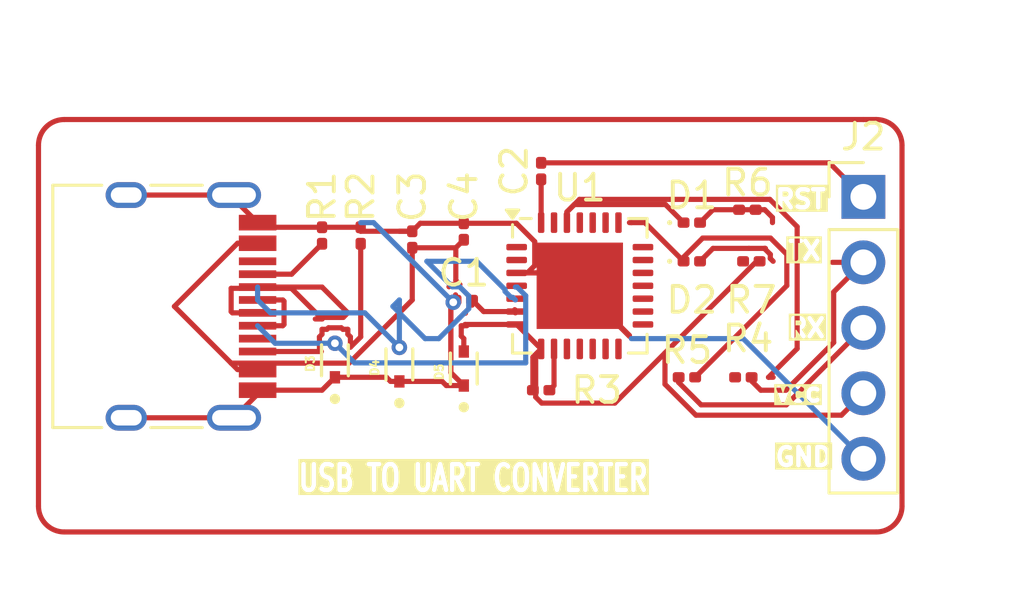
<source format=kicad_pcb>
(kicad_pcb (version 20241229) (generator "pcbnew") (generator_version "9.0")
  (layers (0 "F.Cu" signal) (2 "B.Cu" signal) (13 "F.Paste" user) (15 "B.Paste" user) (5 "F.SilkS" user "F.Silkscreen") (7 "B.SilkS" user "B.Silkscreen") (1 "F.Mask" user) (3 "B.Mask" user) (25 "Edge.Cuts" user))
  (net 0 "")
  (net 1 "GND")
  (net 2 "Net-(U1-VDD)")
  (net 3 "Net-(U1-~{DTR})")
  (net 4 "/RST")
  (net 5 "/VBUS")
  (net 6 "Net-(D1-K)")
  (net 7 "Net-(D1-A)")
  (net 8 "Net-(D2-K)")
  (net 9 "Net-(D2-A)")
  (net 10 "/D+")
  (net 11 "/D-")
  (net 12 "Net-(J1-CC1)")
  (net 13 "Net-(J1-CC2)")
  (net 16 "Net-(U1-~{RST})")
  (net 17 "/TX")
  (net 18 "/RX")
  (footprint "LESD5D5.0CT1G:TVS_LESD5D5.0CT1G" (layer "F.Cu") (at 103.5 71.5 90)
    (property "Reference" "D4" (at -0.134 -0.9532 90) (layer "F.SilkS") (effects (font (size 0.32 0.32))))
    (property "Value" "LESD5D5.0CT1G")
    (fp_line (start -0.6 -0.52) (end 0.6 -0.52) (stroke (width 0.127)) (layer "F.SilkS"))
    (fp_line (start 0.6 0.52) (end -0.6 0.52) (stroke (width 0.127)) (layer "F.SilkS"))
    (fp_circle (center -1.5 0) (end -1.4 0) (stroke (width 0.2)) (fill no) (layer "F.SilkS"))
    (pad "1" smd rect (at -0.66 0 90) (size 0.48 0.4) (layers "F.Cu" "F.Mask" "F.Paste") (net 1 "GND"))
    (pad "2" smd rect (at 0.66 0 90) (size 0.48 0.4) (layers "F.Cu" "F.Mask" "F.Paste") (net 11 "/D-"))
  )
  (footprint "LESD5D5.0CT1G:TVS_LESD5D5.0CT1G" (layer "F.Cu") (at 106 71.66 90)
    (property "Reference" "D5" (at -0.134 -0.9532 90) (layer "F.SilkS") (effects (font (size 0.32 0.32))))
    (property "Value" "LESD5D5.0CT1G")
    (fp_line (start -0.6 -0.52) (end 0.6 -0.52) (stroke (width 0.127)) (layer "F.SilkS"))
    (fp_line (start 0.6 0.52) (end -0.6 0.52) (stroke (width 0.127)) (layer "F.SilkS"))
    (fp_circle (center -1.5 0) (end -1.4 0) (stroke (width 0.2)) (fill no) (layer "F.SilkS"))
    (pad "1" smd rect (at -0.66 0 90) (size 0.48 0.4) (layers "F.Cu" "F.Mask" "F.Paste") (net 1 "GND"))
    (pad "2" smd rect (at 0.66 0 90) (size 0.48 0.4) (layers "F.Cu" "F.Mask" "F.Paste") (net 5 "/VBUS"))
  )
  (footprint "Capacitor_SMD:C_0201_0603Metric" (layer "F.Cu") (at 106 66.345 90)
    (property "Reference" "C4" (at 1.345 0 90) (layer "F.SilkS"))
    (property "Value" "100nF")
    (pad "1" smd roundrect (at -0.32 0 90) (size 0.46 0.4) (layers "F.Cu" "F.Mask") (net 5 "/VBUS"))
    (pad "2" smd roundrect (at 0.32 0 90) (size 0.46 0.4) (layers "F.Cu" "F.Mask") (net 1 "GND"))
  )
  (footprint "Connector_USB:USB_C_Receptacle_HRO_TYPE-C-31-M-12" (layer "F.Cu") (at 93.955 69.25 -90)
    (property "Reference" "J1" (hide yes))
    (property "Value" "USB_C_Receptacle_USB2.0_16P")
    (fp_line (start -4.7 3.9) (end 4.7 3.9) (stroke (width 0.12)) (layer "F.SilkS"))
    (fp_line (start -4.7 2) (end -4.7 3.9) (stroke (width 0.12)) (layer "F.SilkS"))
    (fp_line (start 4.7 2) (end 4.7 3.9) (stroke (width 0.12)) (layer "F.SilkS"))
    (fp_line (start -4.7 -1.9) (end -4.7 0.1) (stroke (width 0.12)) (layer "F.SilkS"))
    (fp_line (start 4.7 -1.9) (end 4.7 0.1) (stroke (width 0.12)) (layer "F.SilkS"))
    (pad "" np_thru_hole circle (at -2.89 -2.6 270) (size 0.65 0.65) (drill 0.65) (layers "*.Cu" "*.Mask"))
    (pad "" np_thru_hole circle (at 2.89 -2.6 270) (size 0.65 0.65) (drill 0.65) (layers "*.Cu" "*.Mask"))
    (pad "A1" smd rect (at -3.25 -4.045 270) (size 0.6 1.45) (layers "F.Cu" "F.Mask" "F.Paste") (net 1 "GND"))
    (pad "A4" smd rect (at -2.45 -4.045 270) (size 0.6 1.45) (layers "F.Cu" "F.Mask" "F.Paste") (net 5 "/VBUS"))
    (pad "A5" smd rect (at -1.25 -4.045 270) (size 0.3 1.45) (layers "F.Cu" "F.Mask" "F.Paste") (net 12 "Net-(J1-CC1)"))
    (pad "A6" smd rect (at -0.25 -4.045 270) (size 0.3 1.45) (layers "F.Cu" "F.Mask" "F.Paste") (net 10 "/D+"))
    (pad "A7" smd rect (at 0.25 -4.045 270) (size 0.3 1.45) (layers "F.Cu" "F.Mask" "F.Paste") (net 11 "/D-"))
    (pad "A8" smd rect (at 1.25 -4.045 270) (size 0.3 1.45) (layers "F.Cu" "F.Mask" "F.Paste"))
    (pad "A9" smd rect (at 2.45 -4.045 270) (size 0.6 1.45) (layers "F.Cu" "F.Mask" "F.Paste") (net 5 "/VBUS"))
    (pad "A12" smd rect (at 3.25 -4.045 270) (size 0.6 1.45) (layers "F.Cu" "F.Mask" "F.Paste") (net 1 "GND"))
    (pad "B1" smd rect (at 3.25 -4.045 270) (size 0.6 1.45) (layers "F.Cu" "F.Mask" "F.Paste") (net 1 "GND"))
    (pad "B4" smd rect (at 2.45 -4.045 270) (size 0.6 1.45) (layers "F.Cu" "F.Mask" "F.Paste") (net 5 "/VBUS"))
    (pad "B5" smd rect (at 1.75 -4.045 270) (size 0.3 1.45) (layers "F.Cu" "F.Mask" "F.Paste") (net 13 "Net-(J1-CC2)"))
    (pad "B6" smd rect (at 0.75 -4.045 270) (size 0.3 1.45) (layers "F.Cu" "F.Mask" "F.Paste") (net 10 "/D+"))
    (pad "B7" smd rect (at -0.75 -4.045 270) (size 0.3 1.45) (layers "F.Cu" "F.Mask" "F.Paste") (net 11 "/D-"))
    (pad "B8" smd rect (at -1.75 -4.045 270) (size 0.3 1.45) (layers "F.Cu" "F.Mask" "F.Paste"))
    (pad "B9" smd rect (at -2.45 -4.045 270) (size 0.6 1.45) (layers "F.Cu" "F.Mask" "F.Paste") (net 5 "/VBUS"))
    (pad "B12" smd rect (at -3.25 -4.045 270) (size 0.6 1.45) (layers "F.Cu" "F.Mask" "F.Paste") (net 1 "GND"))
    (pad "S1" thru_hole oval (at -4.32 -3.13 270) (size 1 2.1) (drill oval 0.6 1.7) (property pad_prop_heatsink) (layers "*.Cu" "*.Mask") (net 1 "GND"))
    (pad "S1" thru_hole oval (at -4.32 1.05 270) (size 1 1.6) (drill oval 0.6 1.2) (property pad_prop_heatsink) (layers "*.Cu" "*.Mask") (net 1 "GND"))
    (pad "S1" thru_hole oval (at 4.32 -3.13 270) (size 1 2.1) (drill oval 0.6 1.7) (property pad_prop_heatsink) (layers "*.Cu" "*.Mask") (net 1 "GND"))
    (pad "S1" thru_hole oval (at 4.32 1.05 270) (size 1 1.6) (drill oval 0.6 1.2) (property pad_prop_heatsink) (layers "*.Cu" "*.Mask") (net 1 "GND"))
  )
  (footprint "LED_SMD:LED_0201_0603Metric" (layer "F.Cu") (at 114.845 67.5)
    (property "Reference" "D2" (at 0 1.5 0) (layer "F.SilkS"))
    (property "Value" "LED")
    (fp_circle (center -0.86 0) (end -0.81 0) (stroke (width 0.1)) (fill no) (layer "F.SilkS"))
    (pad "1" smd roundrect (at -0.32 0) (size 0.46 0.4) (layers "F.Cu" "F.Mask") (net 8 "Net-(D2-K)"))
    (pad "2" smd roundrect (at 0.32 0) (size 0.46 0.4) (layers "F.Cu" "F.Mask") (net 9 "Net-(D2-A)"))
  )
  (footprint "Capacitor_SMD:C_0201_0603Metric" (layer "F.Cu") (at 109 64 90)
    (property "Reference" "C2" (at 0 -1.05 90) (layer "F.SilkS"))
    (property "Value" "100nF")
    (pad "1" smd roundrect (at -0.32 0 90) (size 0.46 0.4) (layers "F.Cu" "F.Mask") (net 3 "Net-(U1-~{DTR})"))
    (pad "2" smd roundrect (at 0.32 0 90) (size 0.46 0.4) (layers "F.Cu" "F.Mask") (net 4 "/RST"))
  )
  (footprint "Capacitor_SMD:C_0201_0603Metric" (layer "F.Cu") (at 104 66.655 90)
    (property "Reference" "C3" (at 1.655 0 90) (layer "F.SilkS"))
    (property "Value" "100nF")
    (pad "1" smd roundrect (at -0.32 0 90) (size 0.46 0.4) (layers "F.Cu" "F.Mask") (net 5 "/VBUS"))
    (pad "2" smd roundrect (at 0.32 0 90) (size 0.46 0.4) (layers "F.Cu" "F.Mask") (net 1 "GND"))
  )
  (footprint "Capacitor_SMD:C_0201_0603Metric" (layer "F.Cu") (at 106 69)
    (property "Reference" "C1" (at 0 -1.05 0) (layer "F.SilkS"))
    (property "Value" "100nF")
    (pad "1" smd roundrect (at -0.32 0) (size 0.46 0.4) (layers "F.Cu" "F.Mask") (net 1 "GND"))
    (pad "2" smd roundrect (at 0.32 0) (size 0.46 0.4) (layers "F.Cu" "F.Mask") (net 2 "Net-(U1-VDD)"))
  )
  (footprint "Connector_PinHeader_2.54mm:PinHeader_1x05_P2.54mm_Vertical" (layer "F.Cu") (at 121.5 65)
    (property "Reference" "J2" (at 0 -2.33 0) (layer "F.SilkS"))
    (property "Value" "Conn_01x05_Pin")
    (fp_line (start -1.33 -1.33) (end 0 -1.33) (stroke (width 0.12)) (layer "F.SilkS"))
    (fp_line (start -1.33 0) (end -1.33 -1.33) (stroke (width 0.12)) (layer "F.SilkS"))
    (fp_line (start -1.33 1.27) (end -1.33 11.49) (stroke (width 0.12)) (layer "F.SilkS"))
    (fp_line (start -1.33 1.27) (end 1.33 1.27) (stroke (width 0.12)) (layer "F.SilkS"))
    (fp_line (start -1.33 11.49) (end 1.33 11.49) (stroke (width 0.12)) (layer "F.SilkS"))
    (fp_line (start 1.33 1.27) (end 1.33 11.49) (stroke (width 0.12)) (layer "F.SilkS"))
    (pad "1" thru_hole rect (at 0 0) (size 1.7 1.7) (drill 1) (layers "*.Cu" "*.Mask") (net 4 "/RST"))
    (pad "2" thru_hole oval (at 0 2.54) (size 1.7 1.7) (drill 1) (layers "*.Cu" "*.Mask") (net 17 "/TX"))
    (pad "3" thru_hole oval (at 0 5.08) (size 1.7 1.7) (drill 1) (layers "*.Cu" "*.Mask") (net 18 "/RX"))
    (pad "4" thru_hole oval (at 0 7.62) (size 1.7 1.7) (drill 1) (layers "*.Cu" "*.Mask") (net 5 "/VBUS"))
    (pad "5" thru_hole oval (at 0 10.16) (size 1.7 1.7) (drill 1) (layers "*.Cu" "*.Mask") (net 1 "GND"))
  )
  (footprint "Resistor_SMD:R_0201_0603Metric" (layer "F.Cu") (at 102 66.5 90)
    (property "Reference" "R2" (at 1.5 0 90) (layer "F.SilkS"))
    (property "Value" "5.1K")
    (pad "1" smd roundrect (at -0.32 0 90) (size 0.46 0.4) (layers "F.Cu" "F.Mask") (net 13 "Net-(J1-CC2)"))
    (pad "2" smd roundrect (at 0.32 0 90) (size 0.46 0.4) (layers "F.Cu" "F.Mask") (net 1 "GND"))
  )
  (footprint "LED_SMD:LED_0201_0603Metric" (layer "F.Cu") (at 114.845 66)
    (property "Reference" "D1" (at 0 -1.05 0) (layer "F.SilkS"))
    (property "Value" "LED")
    (fp_circle (center -0.86 0) (end -0.81 0) (stroke (width 0.1)) (fill no) (layer "F.SilkS"))
    (pad "1" smd roundrect (at -0.32 0) (size 0.46 0.4) (layers "F.Cu" "F.Mask") (net 6 "Net-(D1-K)"))
    (pad "2" smd roundrect (at 0.32 0) (size 0.46 0.4) (layers "F.Cu" "F.Mask") (net 7 "Net-(D1-A)"))
  )
  (footprint "Resistor_SMD:R_0201_0603Metric" (layer "F.Cu") (at 117 65.5)
    (property "Reference" "R6" (at 0 -1.05 0) (layer "F.SilkS"))
    (property "Value" "1K")
    (pad "1" smd roundrect (at -0.32 0) (size 0.46 0.4) (layers "F.Cu" "F.Mask") (net 5 "/VBUS"))
    (pad "2" smd roundrect (at 0.32 0) (size 0.46 0.4) (layers "F.Cu" "F.Mask") (net 7 "Net-(D1-A)"))
  )
  (footprint "Resistor_SMD:R_0201_0603Metric" (layer "F.Cu") (at 109 72.5)
    (property "Reference" "R3" (at 2.155 0 0) (layer "F.SilkS"))
    (property "Value" "10K")
    (pad "1" smd roundrect (at -0.32 0) (size 0.46 0.4) (layers "F.Cu" "F.Mask") (net 5 "/VBUS"))
    (pad "2" smd roundrect (at 0.32 0) (size 0.46 0.4) (layers "F.Cu" "F.Mask") (net 16 "Net-(U1-~{RST})"))
  )
  (footprint "Resistor_SMD:R_0201_0603Metric" (layer "F.Cu") (at 116.845 72)
    (property "Reference" "R4" (at 0.18 -1.5 0) (layer "F.SilkS"))
    (property "Value" "1K")
    (pad "1" smd roundrect (at -0.32 0) (size 0.46 0.4) (layers "F.Cu" "F.Mask") (net 17 "/TX"))
    (pad "2" smd roundrect (at 0.32 0) (size 0.46 0.4) (layers "F.Cu" "F.Mask") (net 6 "Net-(D1-K)"))
  )
  (footprint "Resistor_SMD:R_0201_0603Metric" (layer "F.Cu") (at 117.155 67.5)
    (property "Reference" "R7" (at 0 1.5 0) (layer "F.SilkS"))
    (property "Value" "1K")
    (pad "1" smd roundrect (at -0.32 0) (size 0.46 0.4) (layers "F.Cu" "F.Mask") (net 5 "/VBUS"))
    (pad "2" smd roundrect (at 0.32 0) (size 0.46 0.4) (layers "F.Cu" "F.Mask") (net 9 "Net-(D2-A)"))
  )
  (footprint "Package_DFN_QFN:QFN-28-1EP_5x5mm_P0.5mm_EP3.35x3.35mm" (layer "F.Cu") (at 110.5 68.45)
    (property "Reference" "U1" (at 0 -3.8 0) (layer "F.SilkS"))
    (property "Value" "CP2102N-Axx-xQFN28")
    (fp_line (start -2.61 -1.885) (end -2.61 -2.37) (stroke (width 0.12)) (layer "F.SilkS"))
    (fp_line (start -2.61 2.61) (end -2.61 1.885) (stroke (width 0.12)) (layer "F.SilkS"))
    (fp_line (start -1.885 -2.61) (end -2.31 -2.61) (stroke (width 0.12)) (layer "F.SilkS"))
    (fp_line (start -1.885 2.61) (end -2.61 2.61) (stroke (width 0.12)) (layer "F.SilkS"))
    (fp_line (start 1.885 -2.61) (end 2.61 -2.61) (stroke (width 0.12)) (layer "F.SilkS"))
    (fp_line (start 1.885 2.61) (end 2.61 2.61) (stroke (width 0.12)) (layer "F.SilkS"))
    (fp_line (start 2.61 -2.61) (end 2.61 -1.885) (stroke (width 0.12)) (layer "F.SilkS"))
    (fp_line (start 2.61 2.61) (end 2.61 1.885) (stroke (width 0.12)) (layer "F.SilkS"))
    (fp_poly (pts (xy -2.61 -2.61) (xy -2.85 -2.94) (xy -2.37 -2.94) (xy -2.61 -2.61)) (stroke (width 0.12)) (fill yes) (layer "F.SilkS"))
    (pad "1" smd roundrect (at -2.45 -1.5) (size 0.8 0.25) (layers "F.Cu" "F.Mask" "F.Paste"))
    (pad "2" smd roundrect (at -2.45 -1) (size 0.8 0.25) (layers "F.Cu" "F.Mask" "F.Paste"))
    (pad "3" smd roundrect (at -2.45 -0.5) (size 0.8 0.25) (layers "F.Cu" "F.Mask" "F.Paste") (net 1 "GND"))
    (pad "4" smd roundrect (at -2.45 0) (size 0.8 0.25) (layers "F.Cu" "F.Mask" "F.Paste") (net 10 "/D+"))
    (pad "5" smd roundrect (at -2.45 0.5) (size 0.8 0.25) (layers "F.Cu" "F.Mask" "F.Paste") (net 11 "/D-"))
    (pad "6" smd roundrect (at -2.45 1) (size 0.8 0.25) (layers "F.Cu" "F.Mask" "F.Paste") (net 2 "Net-(U1-VDD)"))
    (pad "7" smd roundrect (at -2.45 1.5) (size 0.8 0.25) (layers "F.Cu" "F.Mask" "F.Paste") (net 5 "/VBUS"))
    (pad "8" smd roundrect (at -1.5 2.45) (size 0.25 0.8) (layers "F.Cu" "F.Mask" "F.Paste") (net 5 "/VBUS"))
    (pad "9" smd roundrect (at -1 2.45) (size 0.25 0.8) (layers "F.Cu" "F.Mask" "F.Paste") (net 16 "Net-(U1-~{RST})"))
    (pad "10" smd roundrect (at -0.5 2.45) (size 0.25 0.8) (layers "F.Cu" "F.Mask" "F.Paste"))
    (pad "11" smd roundrect (at 0 2.45) (size 0.25 0.8) (layers "F.Cu" "F.Mask" "F.Paste"))
    (pad "12" smd roundrect (at 0.5 2.45) (size 0.25 0.8) (layers "F.Cu" "F.Mask" "F.Paste"))
    (pad "13" smd roundrect (at 1 2.45) (size 0.25 0.8) (layers "F.Cu" "F.Mask" "F.Paste"))
    (pad "14" smd roundrect (at 1.5 2.45) (size 0.25 0.8) (layers "F.Cu" "F.Mask" "F.Paste"))
    (pad "15" smd roundrect (at 2.45 1.5) (size 0.8 0.25) (layers "F.Cu" "F.Mask" "F.Paste"))
    (pad "16" smd roundrect (at 2.45 1) (size 0.8 0.25) (layers "F.Cu" "F.Mask" "F.Paste"))
    (pad "17" smd roundrect (at 2.45 0.5) (size 0.8 0.25) (layers "F.Cu" "F.Mask" "F.Paste"))
    (pad "18" smd roundrect (at 2.45 0) (size 0.8 0.25) (layers "F.Cu" "F.Mask" "F.Paste"))
    (pad "19" smd roundrect (at 2.45 -0.5) (size 0.8 0.25) (layers "F.Cu" "F.Mask" "F.Paste"))
    (pad "20" smd roundrect (at 2.45 -1) (size 0.8 0.25) (layers "F.Cu" "F.Mask" "F.Paste"))
    (pad "21" smd roundrect (at 2.45 -1.5) (size 0.8 0.25) (layers "F.Cu" "F.Mask" "F.Paste"))
    (pad "22" smd roundrect (at 1.5 -2.45) (size 0.25 0.8) (layers "F.Cu" "F.Mask" "F.Paste"))
    (pad "23" smd roundrect (at 1 -2.45) (size 0.25 0.8) (layers "F.Cu" "F.Mask" "F.Paste"))
    (pad "24" smd roundrect (at 0.5 -2.45) (size 0.25 0.8) (layers "F.Cu" "F.Mask" "F.Paste"))
    (pad "25" smd roundrect (at 0 -2.45) (size 0.25 0.8) (layers "F.Cu" "F.Mask" "F.Paste") (net 8 "Net-(D2-K)"))
    (pad "26" smd roundrect (at -0.5 -2.45) (size 0.25 0.8) (layers "F.Cu" "F.Mask" "F.Paste") (net 6 "Net-(D1-K)"))
    (pad "27" smd roundrect (at -1 -2.45) (size 0.25 0.8) (layers "F.Cu" "F.Mask" "F.Paste"))
    (pad "28" smd roundrect (at -1.5 -2.45) (size 0.25 0.8) (layers "F.Cu" "F.Mask" "F.Paste") (net 3 "Net-(U1-~{DTR})"))
    (pad "29" smd rect (at 0 0) (size 3.35 3.35) (property pad_prop_heatsink) (layers "F.Cu" "F.Mask") (net 1 "GND"))
  )
  (footprint "Resistor_SMD:R_0201_0603Metric" (layer "F.Cu") (at 114.655 72)
    (property "Reference" "R5" (at 0 -1.05 0) (layer "F.SilkS"))
    (property "Value" "1K")
    (pad "1" smd roundrect (at -0.32 0) (size 0.46 0.4) (layers "F.Cu" "F.Mask") (net 18 "/RX"))
    (pad "2" smd roundrect (at 0.32 0) (size 0.46 0.4) (layers "F.Cu" "F.Mask") (net 8 "Net-(D2-K)"))
  )
  (footprint "Resistor_SMD:R_0201_0603Metric" (layer "F.Cu") (at 100.5 66.5 90)
    (property "Reference" "R1" (at 1.5 0 90) (layer "F.SilkS"))
    (property "Value" "5.1K")
    (pad "1" smd roundrect (at -0.32 0 90) (size 0.46 0.4) (layers "F.Cu" "F.Mask") (net 12 "Net-(J1-CC1)"))
    (pad "2" smd roundrect (at 0.32 0 90) (size 0.46 0.4) (layers "F.Cu" "F.Mask") (net 1 "GND"))
  )
  (footprint "LESD5D5.0CT1G:TVS_LESD5D5.0CT1G" (layer "F.Cu") (at 101 71.34 90)
    (property "Reference" "D3" (at -0.134 -0.9532 90) (layer "F.SilkS") (effects (font (size 0.32 0.32))))
    (property "Value" "LESD5D5.0CT1G")
    (fp_line (start -0.6 -0.52) (end 0.6 -0.52) (stroke (width 0.127)) (layer "F.SilkS"))
    (fp_line (start 0.6 0.52) (end -0.6 0.52) (stroke (width 0.127)) (layer "F.SilkS"))
    (fp_circle (center -1.5 0) (end -1.4 0) (stroke (width 0.2)) (fill no) (layer "F.SilkS"))
    (pad "1" smd rect (at -0.66 0 90) (size 0.48 0.4) (layers "F.Cu" "F.Mask" "F.Paste") (net 1 "GND"))
    (pad "2" smd rect (at 0.66 0 90) (size 0.48 0.4) (layers "F.Cu" "F.Mask" "F.Paste") (net 10 "/D+"))
  )
  (gr_line (start 89.5 63) (end 89.5 77) (stroke (width 0.2)) (layer "F.Cu"))
  (gr_arc (start 122 62) (mid 122.707107 62.292893) (end 123 63) (stroke (width 0.2)) (layer "F.Cu"))
  (gr_line (start 123 63) (end 123 77) (stroke (width 0.2)) (layer "F.Cu"))
  (gr_arc (start 123 77) (mid 122.707107 77.707107) (end 122 78) (stroke (width 0.2)) (layer "F.Cu"))
  (gr_line (start 122 78) (end 90.5 78) (stroke (width 0.2)) (layer "F.Cu"))
  (gr_line (start 121.5 62) (end 122 62) (stroke (width 0.2)) (layer "F.Cu"))
  (gr_arc (start 90.5 78) (mid 89.792893 77.707107) (end 89.5 77) (stroke (width 0.2)) (layer "F.Cu"))
  (gr_arc (start 89.5 63) (mid 89.792893 62.292893) (end 90.5 62) (stroke (width 0.2)) (layer "F.Cu"))
  (gr_line (start 90.5 62) (end 121.5 62) (stroke (width 0.2)) (layer "F.Cu"))
  (gr_text "RX\n" (at 118.5 70.5 0) (layer "F.SilkS" knockout) (effects (font (size 0.7 0.7) (thickness 0.175) (bold yes)) (justify left bottom)))
  (gr_text "vcc\n" (at 118 73 0) (layer "F.SilkS" knockout) (effects (font (size 0.7 0.7) (thickness 0.175) (bold yes)) (justify left bottom)))
  (gr_text "RST" (at 118 65.5 0) (layer "F.SilkS" knockout) (effects (font (size 0.7 0.7) (thickness 0.175) (bold yes)) (justify left bottom)))
  (gr_text "TX" (at 118.5 67.5 0) (layer "F.SilkS" knockout) (effects (font (size 0.7 0.7) (thickness 0.175) (bold yes)) (justify left bottom)))
  (gr_text "GND" (at 118 75.5 0) (layer "F.SilkS" knockout) (effects (font (size 0.7 0.7) (thickness 0.175) (bold yes)) (justify left bottom)))
  (gr_text "USB TO UART CONVERTER" (at 99.5 76.5 0) (layer "F.SilkS" knockout) (effects (font (size 1 0.7) (thickness 0.175) (bold yes)) (justify left bottom)))
  (segment (start 104.31 66.025) (end 106 66.025) (width 0.2) (layer "F.Cu") (net 1))
  (segment (start 104 66.335) (end 103.5 66.335) (width 0.2) (layer "F.Cu") (net 1))
  (segment (start 105.499 71.819) (end 105.499 69.181) (width 0.2) (layer "F.Cu") (net 1))
  (segment (start 108.751 66.735202) (end 108.040798 66.025) (width 0.2) (layer "F.Cu") (net 1))
  (segment (start 98.18 66.18) (end 98 66) (width 0.2) (layer "F.Cu") (net 1))
  (segment (start 100.5 66.18) (end 101.845 66.18) (width 0.2) (layer "F.Cu") (net 1))
  (segment (start 108.05 67.95) (end 108.465798 67.95) (width 0.2) (layer "F.Cu") (net 1))
  (segment (start 103.16 72.16) (end 103 72) (width 0.2) (layer "F.Cu") (net 1))
  (segment (start 108.05 67.95) (end 109.965798 67.95) (width 0.2) (layer "F.Cu") (net 1))
  (segment (start 108.465798 67.95) (end 108.751 67.664798) (width 0.2) (layer "F.Cu") (net 1))
  (segment (start 105.68 69.15987) (end 105.68 69) (width 0.2) (layer "F.Cu") (net 1))
  (segment (start 103.5 72.16) (end 103.16 72.16) (width 0.2) (layer "F.Cu") (net 1))
  (segment (start 103 72) (end 101 72) (width 0.2) (layer "F.Cu") (net 1))
  (segment (start 105.68 68.800001) (end 105.68 69) (width 0.2) (layer "F.Cu") (net 1))
  (segment (start 104 66.335) (end 102 66.335) (width 0.2) (layer "F.Cu") (net 1))
  (segment (start 110.5 68.45) (end 110 67.95) (width 0.2) (layer "F.Cu") (net 1))
  (segment (start 97.085 64.93) (end 97.085 65.085) (width 0.2) (layer "F.Cu") (net 1))
  (segment (start 101.845 66.18) (end 102 66.335) (width 0.2) (layer "F.Cu") (net 1))
  (segment (start 105.499 69.181) (end 105.59 69.09) (width 0.2) (layer "F.Cu") (net 1))
  (segment (start 105.498 69.182) (end 105.68 69) (width 0.2) (layer "F.Cu") (net 1))
  (segment (start 106 72.32) (end 105.499 71.819) (width 0.2) (layer "F.Cu") (net 1))
  (segment (start 108.751 67.664798) (end 108.751 66.735202) (width 0.2) (layer "F.Cu") (net 1))
  (segment (start 97.085 64.93) (end 92.905 64.93) (width 0.2) (layer "F.Cu") (net 1))
  (segment (start 106 72.32) (end 105.32 72.32) (width 0.2) (layer "F.Cu") (net 1))
  (segment (start 105.32 72.32) (end 105.16 72.16) (width 0.2) (layer "F.Cu") (net 1))
  (segment (start 98 72.655) (end 97.085 73.57) (width 0.2) (layer "F.Cu") (net 1))
  (segment (start 100.5 66.18) (end 98.18 66.18) (width 0.2) (layer "F.Cu") (net 1))
  (segment (start 98 72.5) (end 98 72.655) (width 0.2) (layer "F.Cu") (net 1))
  (segment (start 101 72) (end 100.5 72.5) (width 0.2) (layer "F.Cu") (net 1))
  (segment (start 100.5 72.5) (end 98 72.5) (width 0.2) (layer "F.Cu") (net 1))
  (segment (start 105.499 71.541) (end 105.498 71.54) (width 0.2) (layer "F.Cu") (net 1))
  (segment (start 97.085 65.085) (end 98 66) (width 0.2) (layer "F.Cu") (net 1))
  (segment (start 108.040798 66.025) (end 106 66.025) (width 0.2) (layer "F.Cu") (net 1))
  (segment (start 105.59 69.09) (end 105.68 69) (width 0.2) (layer "F.Cu") (net 1))
  (segment (start 97.085 73.57) (end 92.905 73.57) (width 0.2) (layer "F.Cu") (net 1))
  (segment (start 112.426 70.376) (end 110.5 68.45) (width 0.2) (layer "F.Cu") (net 1))
  (segment (start 110 67.95) (end 108.05 67.95) (width 0.2) (layer "F.Cu") (net 1))
  (segment (start 109.965798 67.95) (end 112.426 70.410202) (width 0.2) (layer "F.Cu") (net 1))
  (segment (start 104 66.335) (end 104.31 66.025) (width 0.2) (layer "F.Cu") (net 1))
  (segment (start 105.498 71.54) (end 105.498 69.182) (width 0.2) (layer "F.Cu") (net 1))
  (segment (start 105.16 72.16) (end 103.5 72.16) (width 0.2) (layer "F.Cu") (net 1))
  (via (at 105.59 69.09) (size 0.6) (drill 0.3) (layers "F.Cu" "B.Cu") (net 1))
  (segment (start 102.5 66) (end 102 66) (width 0.2) (layer "B.Cu") (net 1))
  (segment (start 105.59 69.09) (end 102.5 66) (width 0.2) (layer "B.Cu") (net 1))
  (segment (start 116.84 70.5) (end 112.5 70.5) (width 0.2) (layer "B.Cu") (net 1))
  (segment (start 121.5 75.16) (end 116.84 70.5) (width 0.2) (layer "B.Cu") (net 1))
  (segment (start 108.05 69.45) (end 106.77 69.45) (width 0.2) (layer "F.Cu") (net 2))
  (segment (start 106.32 69) (end 106.32 69.202898) (width 0.2) (layer "F.Cu") (net 2))
  (segment (start 108.05 69.45) (end 107.976 69.376) (width 0.2) (layer "F.Cu") (net 2))
  (segment (start 106.77 69.45) (end 106.32 69) (width 0.2) (layer "F.Cu") (net 2))
  (segment (start 108.05 69.45) (end 108 69.5) (width 0.2) (layer "F.Cu") (net 2))
  (segment (start 109 64.32) (end 109 66) (width 0.2) (layer "F.Cu") (net 3))
  (segment (start 120.18 63.68) (end 109 63.68) (width 0.2) (layer "F.Cu") (net 4))
  (segment (start 121.5 65) (end 120.18 63.68) (width 0.2) (layer "F.Cu") (net 4))
  (segment (start 105.8461 68.399001) (end 105.5139 68.399001) (width 0.2) (layer "F.Cu") (net 5))
  (segment (start 97.223 66.8) (end 94.773 69.25) (width 0.2) (layer "F.Cu") (net 5))
  (segment (start 106 71) (end 106 70.5) (width 0.2) (layer "F.Cu") (net 5))
  (segment (start 109 70.9) (end 108.789 71.111) (width 0.2) (layer "F.Cu") (net 5))
  (segment (start 121.5 72.62) (end 120.65 73.47) (width 0.2) (layer "F.Cu") (net 5))
  (segment (start 120.65 73.47) (end 115.00513 73.47) (width 0.2) (layer "F.Cu") (net 5))
  (segment (start 96.974 71.451) (end 101.549 71.451) (width 0.2) (layer "F.Cu") (net 5))
  (segment (start 105.69 66.975) (end 106 66.665) (width 0.2) (layer "F.Cu") (net 5))
  (segment (start 105.69 68.242901) (end 105.8461 68.399001) (width 0.2) (layer "F.Cu") (net 5))
  (segment (start 113.804 72.26887) (end 113.804 71.056) (width 0.2) (layer "F.Cu") (net 5))
  (segment (start 108.05 69.95) (end 106.05 69.95) (width 0.2) (layer "F.Cu") (net 5))
  (segment (start 105.901 70) (end 106 70) (width 0.2) (layer "F.Cu") (net 5))
  (segment (start 105.901 70.401) (end 105.901 70) (width 0.2) (layer "F.Cu") (net 5))
  (segment (start 105.5139 68.399001) (end 105.423901 68.489) (width 0.2) (layer "F.Cu") (net 5))
  (segment (start 97.223 71.7) (end 96.974 71.451) (width 0.2) (layer "F.Cu") (net 5))
  (segment (start 108.789 71.111) (end 108.789 72.76887) (width 0.2) (layer "F.Cu") (net 5))
  (segment (start 108.68 71.22) (end 109 70.9) (width 0.2) (layer "F.Cu") (net 5))
  (segment (start 108.68 72.5) (end 108.68 71.22) (width 0.2) (layer "F.Cu") (net 5))
  (segment (start 101.549 71.451) (end 104 69) (width 0.2) (layer "F.Cu") (net 5))
  (segment (start 106.064974 69.514972) (end 106.014971 69.514972) (width 0.2) (layer "F.Cu") (net 5))
  (segment (start 98 66.8) (end 97.223 66.8) (width 0.2) (layer "F.Cu") (net 5))
  (segment (start 98 71.7) (end 97.223 71.7) (width 0.2) (layer "F.Cu") (net 5))
  (segment (start 104 66.975) (end 105.69 66.975) (width 0.2) (layer "F.Cu") (net 5))
  (segment (start 106.05 69.95) (end 106 70) (width 0.2) (layer "F.Cu") (net 5))
  (segment (start 94.773 69.25) (end 96.974 71.451) (width 0.2) (layer "F.Cu") (net 5))
  (segment (start 104 69) (end 104 66.975) (width 0.2) (layer "F.Cu") (net 5))
  (segment (start 115.00513 73.47) (end 113.804 72.26887) (width 0.2) (layer "F.Cu") (net 5))
  (segment (start 108.789 72.76887) (end 109.02113 73.001) (width 0.2) (layer "F.Cu") (net 5))
  (segment (start 113.804 71.056) (end 117.36 67.5) (width 0.2) (layer "F.Cu") (net 5))
  (segment (start 109.02113 73.001) (end 111.859 73.001) (width 0.2) (layer "F.Cu") (net 5))
  (segment (start 106 70) (end 106.11987 70) (width 0.2) (layer "F.Cu") (net 5))
  (segment (start 111.859 73.001) (end 113.804 71.056) (width 0.2) (layer "F.Cu") (net 5))
  (segment (start 105.69 66.975) (end 105.69 68.242901) (width 0.2) (layer "F.Cu") (net 5))
  (segment (start 106 70.5) (end 105.901 70.401) (width 0.2) (layer "F.Cu") (net 5))
  (segment (start 109 70.9) (end 108.05 69.95) (width 0.2) (layer "F.Cu") (net 5))
  (segment (start 113.824 65.299) (end 114.525 66) (width 0.2) (layer "F.Cu") (net 6))
  (segment (start 110.486202 65.098) (end 110 65.584202) (width 0.2) (layer "F.Cu") (net 6))
  (segment (start 110 65.584202) (end 110 66) (width 0.2) (layer "F.Cu") (net 6))
  (segment (start 117.87287 65.098) (end 110.486202 65.098) (width 0.2) (layer "F.Cu") (net 6))
  (segment (start 118.932 66.15713) (end 117.87287 65.098) (width 0.2) (layer "F.Cu") (net 6))
  (segment (start 118.932 70.888) (end 118.932 66.15713) (width 0.2) (layer "F.Cu") (net 6))
  (segment (start 110.285202 65.299) (end 113.824 65.299) (width 0.2) (layer "F.Cu") (net 6))
  (segment (start 110 65.584202) (end 110.285202 65.299) (width 0.2) (layer "F.Cu") (net 6))
  (segment (start 117.82 72) (end 118.932 70.888) (width 0.2) (layer "F.Cu") (net 6))
  (segment (start 117.82 72) (end 118 72) (width 0.2) (layer "F.Cu") (net 6))
  (segment (start 117.975 65.800001) (end 117.975 66) (width 0.2) (layer "F.Cu") (net 7))
  (segment (start 117.673999 65.499) (end 117.975 65.800001) (width 0.2) (layer "F.Cu") (net 7))
  (segment (start 115.165 66) (end 115.666 65.499) (width 0.2) (layer "F.Cu") (net 7))
  (segment (start 115.666 65.499) (end 117.673999 65.499) (width 0.2) (layer "F.Cu") (net 7))
  (segment (start 114.525 67.5) (end 113.025 66) (width 0.2) (layer "F.Cu") (net 8))
  (segment (start 115.26713 66.598) (end 114.525 67.34013) (width 0.2) (layer "F.Cu") (net 8))
  (segment (start 117.89787 66.598) (end 115.26713 66.598) (width 0.2) (layer "F.Cu") (net 8))
  (segment (start 113.025 66) (end 112.5 66) (width 0.2) (layer "F.Cu") (net 8))
  (segment (start 114.525 67.34013) (end 114.525 67.5) (width 0.2) (layer "F.Cu") (net 8))
  (segment (start 114.5 67.5) (end 114.525 67.5) (width 0.2) (layer "F.Cu") (net 8))
  (segment (start 114.975 72) (end 118.531 68.444) (width 0.2) (layer "F.Cu") (net 8))
  (segment (start 118.531 67.23113) (end 117.89787 66.598) (width 0.2) (layer "F.Cu") (net 8))
  (segment (start 112.5 66) (end 112.426 66) (width 0.2) (layer "F.Cu") (net 8))
  (segment (start 118.531 68.444) (end 118.531 67.23113) (width 0.2) (layer "F.Cu") (net 8))
  (segment (start 117.678935 67.019065) (end 117.891 67.23113) (width 0.2) (layer "F.Cu") (net 9))
  (segment (start 117.891 67.391) (end 118 67.5) (width 0.2) (layer "F.Cu") (net 9))
  (segment (start 117.65887 66.999) (end 117.698999 66.999) (width 0.2) (layer "F.Cu") (net 9))
  (segment (start 115.165 67.5) (end 115.666 66.999) (width 0.2) (layer "F.Cu") (net 9))
  (segment (start 117.891 67.23113) (end 117.891 67.391) (width 0.2) (layer "F.Cu") (net 9))
  (segment (start 117.06113 66.999) (end 117.65887 66.999) (width 0.2) (layer "F.Cu") (net 9))
  (segment (start 117.698999 66.999) (end 117.678935 67.019065) (width 0.2) (layer "F.Cu") (net 9))
  (segment (start 115.666 66.999) (end 117.06113 66.999) (width 0.2) (layer "F.Cu") (net 9))
  (segment (start 98 70) (end 98 69.951) (width 0.2) (layer "F.Cu") (net 10))
  (segment (start 99.026 69.049) (end 99.026 69.951) (width 0.2) (layer "F.Cu") (net 10))
  (segment (start 98.977 70) (end 98 70) (width 0.2) (layer "F.Cu") (net 10))
  (segment (start 98.977 69) (end 99.026 69.049) (width 0.2) (layer "F.Cu") (net 10))
  (segment (start 99.026 69.951) (end 98.977 70) (width 0.2) (layer "F.Cu") (net 10))
  (segment (start 98 69) (end 98.977 69) (width 0.2) (layer "F.Cu") (net 10))
  (via (at 101 70.68) (size 0.6) (drill 0.3) (layers "F.Cu" "B.Cu") (net 10))
  (segment (start 108.401 68.8339) (end 108.401 71.441) (width 0.2) (layer "B.Cu") (net 10))
  (segment (start 108.0671 68.5) (end 108.401 68.8339) (width 0.2) (layer "B.Cu") (net 10))
  (segment (start 98.68 70.68) (end 101 70.68) (width 0.2) (layer "B.Cu") (net 10))
  (segment (start 101.761 71.441) (end 101 70.68) (width 0.2) (layer "B.Cu") (net 10))
  (segment (start 108 68.5) (end 108.0671 68.5) (width 0.2) (layer "B.Cu") (net 10))
  (segment (start 98.68 70.68) (end 98 70) (width 0.2) (layer "B.Cu") (net 10))
  (segment (start 108.401 71.441) (end 101.761 71.441) (width 0.2) (layer "B.Cu") (net 10))
  (segment (start 98 68.5) (end 100.5 68.5) (width 0.2) (layer "F.Cu") (net 11))
  (segment (start 100.5 68.5) (end 101.5 69.5) (width 0.2) (layer "F.Cu") (net 11))
  (segment (start 101.322 69.678) (end 100.56 69.678) (width 0.2) (layer "F.Cu") (net 11))
  (segment (start 98 68.5) (end 98.049 68.549) (width 0.2) (layer "F.Cu") (net 11))
  (segment (start 101.5 69.5) (end 101.322 69.678) (width 0.2) (layer "F.Cu") (net 11))
  (segment (start 100.5 69.738) (end 99.311 68.549) (width 0.2) (layer "F.Cu") (net 11))
  (segment (start 96.974 69.451) (end 97.023 69.5) (width 0.2) (layer "F.Cu") (net 11))
  (segment (start 96.974 68.549) (end 96.974 69.451) (width 0.2) (layer "F.Cu") (net 11))
  (segment (start 100.5 69.738) (end 100.238 69.738) (width 0.2) (layer "F.Cu") (net 11))
  (segment (start 97.023 69.5) (end 98 69.5) (width 0.2) (layer "F.Cu") (net 11))
  (segment (start 100.56 69.678) (end 100.5 69.738) (width 0.2) (layer "F.Cu") (net 11))
  (segment (start 99.311 68.549) (end 96.974 68.549) (width 0.2) (layer "F.Cu") (net 11))
  (via (at 103.5 70.84) (size 0.6) (drill 0.3) (layers "F.Cu" "B.Cu") (net 11))
  (segment (start 105.838943 69.691) (end 106.191 69.338943) (width 0.2) (layer "B.Cu") (net 11))
  (segment (start 104.5671 67.5) (end 106.5 67.5) (width 0.2) (layer "B.Cu") (net 11))
  (segment (start 107.901 68.901) (end 108 69) (width 0.2) (layer "B.Cu") (net 11))
  (segment (start 107.599 68.599) (end 107.599 68.6661) (width 0.2) (layer "B.Cu") (net 11))
  (segment (start 98 69) (end 98 68.5) (width 0.2) (layer "B.Cu") (net 11))
  (segment (start 103.5 69) (end 103.25 69.25) (width 0.2) (layer "B.Cu") (net 11))
  (segment (start 98.5 69.5) (end 98 69) (width 0.2) (layer "B.Cu") (net 11))
  (segment (start 107.8339 68.901) (end 107.901 68.901) (width 0.2) (layer "B.Cu") (net 11))
  (segment (start 102.16 69.5) (end 98.5 69.5) (width 0.2) (layer "B.Cu") (net 11))
  (segment (start 103.25 69.25) (end 104.5 70.5) (width 0.2) (layer "B.Cu") (net 11))
  (segment (start 103.5 70.84) (end 102.16 69.5) (width 0.2) (layer "B.Cu") (net 11))
  (segment (start 104.5 70.5) (end 105.029943 70.5) (width 0.2) (layer "B.Cu") (net 11))
  (segment (start 106.191 69.338943) (end 106.191 68.841057) (width 0.2) (layer "B.Cu") (net 11))
  (segment (start 106.191 68.841057) (end 105.838943 68.489) (width 0.2) (layer "B.Cu") (net 11))
  (segment (start 105.838943 68.489) (end 105.5561 68.489) (width 0.2) (layer "B.Cu") (net 11))
  (segment (start 105.5561 68.489) (end 104.5671 67.5) (width 0.2) (layer "B.Cu") (net 11))
  (segment (start 105.029943 70.5) (end 105.838943 69.691) (width 0.2) (layer "B.Cu") (net 11))
  (segment (start 103.5 70.84) (end 103.5 69.5) (width 0.2) (layer "B.Cu") (net 11))
  (segment (start 103.5 69.5) (end 103.5 69) (width 0.2) (layer "B.Cu") (net 11))
  (segment (start 106.5 67.5) (end 107.599 68.599) (width 0.2) (layer "B.Cu") (net 11))
  (segment (start 107.599 68.6661) (end 107.8339 68.901) (width 0.2) (layer "B.Cu") (net 11))
  (segment (start 100.5 66.82) (end 99.32 68) (width 0.2) (layer "F.Cu") (net 12))
  (segment (start 99.32 68) (end 98 68) (width 0.2) (layer "F.Cu") (net 12))
  (segment (start 100.691057 70.139) (end 100.499 70.139) (width 0.2) (layer "F.Cu") (net 13))
  (segment (start 101.501 70.331057) (end 101.501 70.139) (width 0.2) (layer "F.Cu") (net 13))
  (segment (start 102 70.4329) (end 101.601 70.8319) (width 0.2) (layer "F.Cu") (net 13))
  (segment (start 100.499 70.331057) (end 100.399 70.431057) (width 0.2) (layer "F.Cu") (net 13))
  (segment (start 101.248943 70.079) (end 100.751057 70.079) (width 0.2) (layer "F.Cu") (net 13))
  (segment (start 100.751057 70.079) (end 100.691057 70.139) (width 0.2) (layer "F.Cu") (net 13))
  (segment (start 102 66.82) (end 102 70.4329) (width 0.2) (layer "F.Cu") (net 13))
  (segment (start 100.399 70.928943) (end 100.470057 71) (width 0.2) (layer "F.Cu") (net 13))
  (segment (start 101.601 70.8319) (end 101.601 70.431057) (width 0.2) (layer "F.Cu") (net 13))
  (segment (start 101.501 70.139) (end 101.308943 70.139) (width 0.2) (layer "F.Cu") (net 13))
  (segment (start 100.499 70.139) (end 100.499 70.331057) (width 0.2) (layer "F.Cu") (net 13))
  (segment (start 100.470057 71) (end 98 71) (width 0.2) (layer "F.Cu") (net 13))
  (segment (start 100.399 70.431057) (end 100.399 70.928943) (width 0.2) (layer "F.Cu") (net 13))
  (segment (start 101.601 70.431057) (end 101.501 70.331057) (width 0.2) (layer "F.Cu") (net 13))
  (segment (start 101.308943 70.139) (end 101.248943 70.079) (width 0.2) (layer "F.Cu") (net 13))
  (segment (start 109.5 72.32) (end 109.5 70.9) (width 0.2) (layer "F.Cu") (net 16))
  (segment (start 109.32 72.5) (end 109.5 72.32) (width 0.2) (layer "F.Cu") (net 16))
  (segment (start 117.52113 72.501) (end 118.499 72.501) (width 0.2) (layer "F.Cu") (net 17))
  (segment (start 117.18 72) (end 117.18 72.15987) (width 0.2) (layer "F.Cu") (net 17))
  (segment (start 120.349 70.651) (end 120.349 68.691) (width 0.2) (layer "F.Cu") (net 17))
  (segment (start 118.499 72.501) (end 120.349 70.651) (width 0.2) (layer "F.Cu") (net 17))
  (segment (start 121.5 67.54) (end 120.297919 67.54) (width 0.2) (layer "F.Cu") (net 17))
  (segment (start 120.349 68.691) (end 121.5 67.54) (width 0.2) (layer "F.Cu") (net 17))
  (segment (start 117.18 72.15987) (end 117.52113 72.501) (width 0.2) (layer "F.Cu") (net 17))
  (segment (start 115.204001 73.069) (end 118.511 73.069) (width 0.2) (layer "F.Cu") (net 18))
  (segment (start 114.335 72.199999) (end 115.204001 73.069) (width 0.2) (layer "F.Cu") (net 18))
  (segment (start 114.335 72) (end 114.335 72.199999) (width 0.2) (layer "F.Cu") (net 18))
  (segment (start 118.511 73.069) (end 121.5 70.08) (width 0.2) (layer "F.Cu") (net 18))
)
</source>
